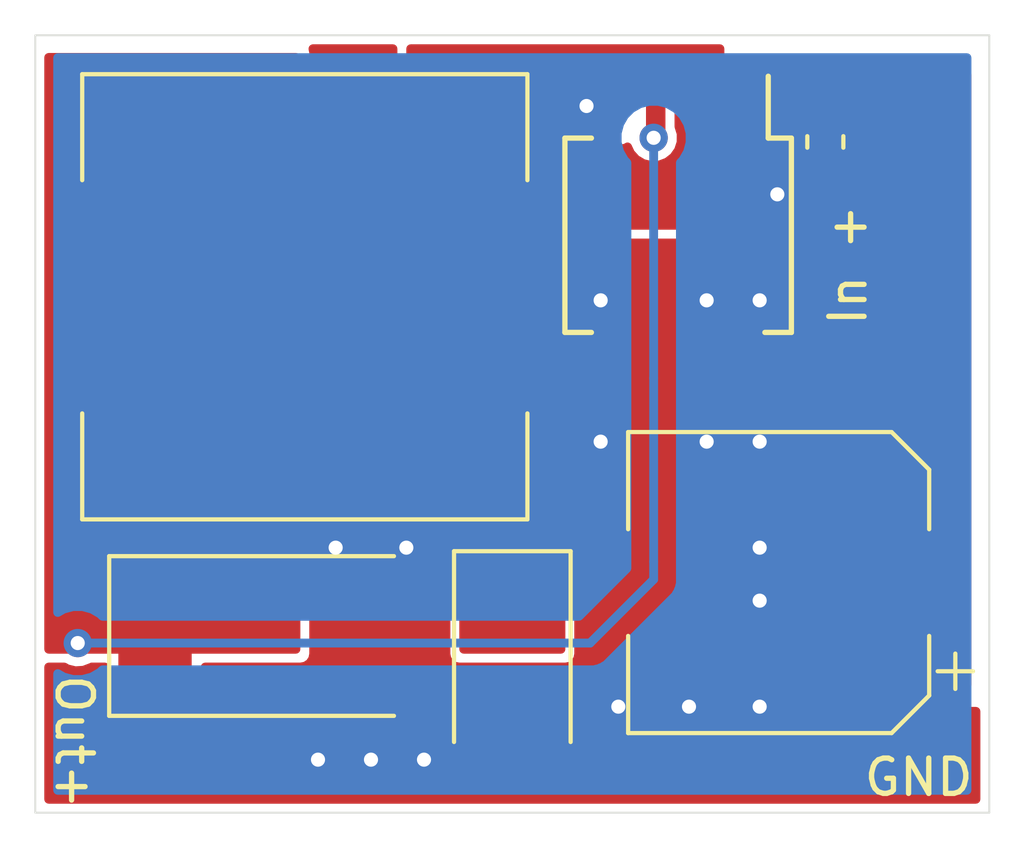
<source format=kicad_pcb>
(kicad_pcb (version 20190605) (host pcbnew "(5.1.0-1558-g0ba0c1724)")

  (general
    (thickness 1.6)
    (drawings 10)
    (tracks 33)
    (modules 6)
    (nets 5)
  )

  (page "A4")
  (layers
    (0 "F.Cu" signal)
    (31 "B.Cu" signal)
    (32 "B.Adhes" user)
    (33 "F.Adhes" user)
    (34 "B.Paste" user)
    (35 "F.Paste" user)
    (36 "B.SilkS" user)
    (37 "F.SilkS" user)
    (38 "B.Mask" user)
    (39 "F.Mask" user)
    (40 "Dwgs.User" user)
    (41 "Cmts.User" user)
    (42 "Eco1.User" user)
    (43 "Eco2.User" user)
    (44 "Edge.Cuts" user)
    (45 "Margin" user)
    (46 "B.CrtYd" user)
    (47 "F.CrtYd" user)
    (48 "B.Fab" user hide)
    (49 "F.Fab" user hide)
  )

  (setup
    (last_trace_width 0.25)
    (trace_clearance 0.2)
    (zone_clearance 0.254)
    (zone_45_only no)
    (trace_min 0.2)
    (via_size 0.8)
    (via_drill 0.4)
    (via_min_size 0.4)
    (via_min_drill 0.3)
    (uvia_size 0.3)
    (uvia_drill 0.1)
    (uvias_allowed no)
    (uvia_min_size 0.2)
    (uvia_min_drill 0.1)
    (max_error 0.005)
    (defaults
      (edge_clearance 0.01)
      (edge_cuts_line_width 0.05)
      (courtyard_line_width 0.05)
      (copper_line_width 0.2)
      (copper_text_dims (size 1.5 1.5) (thickness 0.3) keep_upright)
      (silk_line_width 0.12)
      (silk_text_dims (size 1 1) (thickness 0.15) keep_upright)
      (other_layers_line_width 0.1)
      (other_layers_text_dims (size 1 1) (thickness 0.15) keep_upright)
    )
    (pad_size 1.524 1.524)
    (pad_drill 0.762)
    (pad_to_mask_clearance 0.051)
    (solder_mask_min_width 0.25)
    (aux_axis_origin 0 0)
    (visible_elements FFFFFF7F)
    (pcbplotparams
      (layerselection 0x010fc_ffffffff)
      (usegerberextensions false)
      (usegerberattributes false)
      (usegerberadvancedattributes false)
      (creategerberjobfile false)
      (excludeedgelayer true)
      (linewidth 0.100000)
      (plotframeref false)
      (viasonmask false)
      (mode 1)
      (useauxorigin false)
      (hpglpennumber 1)
      (hpglpenspeed 20)
      (hpglpendiameter 15.000000)
      (psnegative false)
      (psa4output false)
      (plotreference true)
      (plotvalue true)
      (plotinvisibletext false)
      (padsonsilk false)
      (subtractmaskfromsilk false)
      (outputformat 1)
      (mirror false)
      (drillshape 1)
      (scaleselection 1)
      (outputdirectory ""))
  )

  (net 0 "")
  (net 1 "GND")
  (net 2 "/Vin")
  (net 3 "/5V")
  (net 4 "Net-(D1-Pad1)")

  (net_class "Default" "This is the default net class."
    (clearance 0.2)
    (trace_width 0.25)
    (via_dia 0.8)
    (via_drill 0.4)
    (uvia_dia 0.3)
    (uvia_drill 0.1)
    (add_net "/5V")
    (add_net "/Vin")
    (add_net "GND")
    (add_net "Net-(D1-Pad1)")
  )

  (module "Capacitor_Tantalum_SMD:CP_EIA-7343-31_Kemet-D" (layer "F.Cu") (tedit 5B301BBE) (tstamp 5DDC6815)
    (at 135.5 123)
    (descr "Tantalum Capacitor SMD Kemet-D (7343-31 Metric), IPC_7351 nominal, (Body size from: http://www.kemet.com/Lists/ProductCatalog/Attachments/253/KEM_TC101_STD.pdf), generated with kicad-footprint-generator")
    (tags "capacitor tantalum")
    (path "/5DDC559C")
    (attr smd)
    (fp_text reference "C3" (at 0 -3.1) (layer "F.SilkS") hide
      (effects (font (size 1 1) (thickness 0.15)))
    )
    (fp_text value "220uF" (at 0 3.1) (layer "F.Fab")
      (effects (font (size 1 1) (thickness 0.15)))
    )
    (fp_text user "%R" (at 0 0) (layer "F.Fab")
      (effects (font (size 1 1) (thickness 0.15)))
    )
    (fp_line (start 4.4 2.4) (end -4.4 2.4) (layer "F.CrtYd") (width 0.05))
    (fp_line (start 4.4 -2.4) (end 4.4 2.4) (layer "F.CrtYd") (width 0.05))
    (fp_line (start -4.4 -2.4) (end 4.4 -2.4) (layer "F.CrtYd") (width 0.05))
    (fp_line (start -4.4 2.4) (end -4.4 -2.4) (layer "F.CrtYd") (width 0.05))
    (fp_line (start -4.41 2.26) (end 3.65 2.26) (layer "F.SilkS") (width 0.12))
    (fp_line (start -4.41 -2.26) (end -4.41 2.26) (layer "F.SilkS") (width 0.12))
    (fp_line (start 3.65 -2.26) (end -4.41 -2.26) (layer "F.SilkS") (width 0.12))
    (fp_line (start 3.65 2.15) (end 3.65 -2.15) (layer "F.Fab") (width 0.1))
    (fp_line (start -3.65 2.15) (end 3.65 2.15) (layer "F.Fab") (width 0.1))
    (fp_line (start -3.65 -1.15) (end -3.65 2.15) (layer "F.Fab") (width 0.1))
    (fp_line (start -2.65 -2.15) (end -3.65 -1.15) (layer "F.Fab") (width 0.1))
    (fp_line (start 3.65 -2.15) (end -2.65 -2.15) (layer "F.Fab") (width 0.1))
    (pad "2" smd roundrect (at 3.1125 0) (size 2.075 2.55) (layers "F.Cu" "F.Paste" "F.Mask") (roundrect_rratio 0.120482)
      (net 1 "GND"))
    (pad "1" smd roundrect (at -3.1125 0) (size 2.075 2.55) (layers "F.Cu" "F.Paste" "F.Mask") (roundrect_rratio 0.120482)
      (net 3 "/5V"))
    (model "${KISYS3DMOD}/Capacitor_Tantalum_SMD.3dshapes/CP_EIA-7343-31_Kemet-D.wrl"
      (at (xyz 0 0 0))
      (scale (xyz 1 1 1))
      (rotate (xyz 0 0 0))
    )
  )

  (module "Package_SO:SO-8_5.3x6.2mm_P1.27mm" (layer "F.Cu") (tedit 5A02F2D3) (tstamp 5DDC6899)
    (at 147.193 111.6584 270)
    (descr "8-Lead Plastic Small Outline, 5.3x6.2mm Body (http://www.ti.com.cn/cn/lit/ds/symlink/tl7705a.pdf)")
    (tags "SOIC 1.27")
    (path "/5DDC1C5D")
    (attr smd)
    (fp_text reference "U1" (at 0 -4.13 90) (layer "F.SilkS") hide
      (effects (font (size 1 1) (thickness 0.15)))
    )
    (fp_text value "XL1509-5.0E1" (at 0 4.13 90) (layer "F.Fab")
      (effects (font (size 1 1) (thickness 0.15)))
    )
    (fp_text user "%R" (at 0 0 90) (layer "F.Fab")
      (effects (font (size 1 1) (thickness 0.15)))
    )
    (fp_line (start -1.65 -3.1) (end 2.65 -3.1) (layer "F.Fab") (width 0.15))
    (fp_line (start 2.65 -3.1) (end 2.65 3.1) (layer "F.Fab") (width 0.15))
    (fp_line (start 2.65 3.1) (end -2.65 3.1) (layer "F.Fab") (width 0.15))
    (fp_line (start -2.65 3.1) (end -2.65 -2.1) (layer "F.Fab") (width 0.15))
    (fp_line (start -2.65 -2.1) (end -1.65 -3.1) (layer "F.Fab") (width 0.15))
    (fp_line (start -4.83 -3.35) (end -4.83 3.35) (layer "F.CrtYd") (width 0.05))
    (fp_line (start 4.83 -3.35) (end 4.83 3.35) (layer "F.CrtYd") (width 0.05))
    (fp_line (start -4.83 -3.35) (end 4.83 -3.35) (layer "F.CrtYd") (width 0.05))
    (fp_line (start -4.83 3.35) (end 4.83 3.35) (layer "F.CrtYd") (width 0.05))
    (fp_line (start -2.75 -3.205) (end -2.75 -2.55) (layer "F.SilkS") (width 0.15))
    (fp_line (start 2.75 -3.205) (end 2.75 -2.455) (layer "F.SilkS") (width 0.15))
    (fp_line (start 2.75 3.205) (end 2.75 2.455) (layer "F.SilkS") (width 0.15))
    (fp_line (start -2.75 3.205) (end -2.75 2.455) (layer "F.SilkS") (width 0.15))
    (fp_line (start -2.75 -3.205) (end 2.75 -3.205) (layer "F.SilkS") (width 0.15))
    (fp_line (start -2.75 3.205) (end 2.75 3.205) (layer "F.SilkS") (width 0.15))
    (fp_line (start -2.75 -2.55) (end -4.5 -2.55) (layer "F.SilkS") (width 0.15))
    (pad "8" smd rect (at 3.7 -1.905 270) (size 1.75 0.55) (layers "F.Cu" "F.Paste" "F.Mask")
      (net 1 "GND"))
    (pad "7" smd rect (at 3.7 -0.635 270) (size 1.75 0.55) (layers "F.Cu" "F.Paste" "F.Mask")
      (net 1 "GND"))
    (pad "6" smd rect (at 3.7 0.635 270) (size 1.75 0.55) (layers "F.Cu" "F.Paste" "F.Mask")
      (net 1 "GND"))
    (pad "5" smd rect (at 3.7 1.905 270) (size 1.75 0.55) (layers "F.Cu" "F.Paste" "F.Mask")
      (net 1 "GND"))
    (pad "4" smd rect (at -3.7 1.905 270) (size 1.75 0.55) (layers "F.Cu" "F.Paste" "F.Mask")
      (net 1 "GND"))
    (pad "3" smd rect (at -3.7 0.635 270) (size 1.75 0.55) (layers "F.Cu" "F.Paste" "F.Mask")
      (net 3 "/5V"))
    (pad "2" smd rect (at -3.7 -0.635 270) (size 1.75 0.55) (layers "F.Cu" "F.Paste" "F.Mask")
      (net 4 "Net-(D1-Pad1)"))
    (pad "1" smd rect (at -3.7 -1.905 270) (size 1.75 0.55) (layers "F.Cu" "F.Paste" "F.Mask")
      (net 2 "/Vin"))
    (model "${KISYS3DMOD}/Package_SO.3dshapes/SO-8_5.3x6.2mm_P1.27mm.wrl"
      (at (xyz 0 0 0))
      (scale (xyz 1 1 1))
      (rotate (xyz 0 0 0))
    )
  )

  (module "Inductor_SMD:L_12x12mm_H8mm" (layer "F.Cu") (tedit 5990349C) (tstamp 5DDC687C)
    (at 136.6266 113.4 180)
    (descr "Choke, SMD, 12x12mm 8mm height")
    (tags "Choke SMD")
    (path "/5DDC276B")
    (attr smd)
    (fp_text reference "L1" (at 0 -7.4) (layer "F.SilkS") hide
      (effects (font (size 1 1) (thickness 0.15)))
    )
    (fp_text value "68uH 2.1A" (at 0 7.6) (layer "F.Fab")
      (effects (font (size 1 1) (thickness 0.15)))
    )
    (fp_text user "%R" (at 0 0) (layer "F.Fab")
      (effects (font (size 1 1) (thickness 0.15)))
    )
    (fp_line (start 6.3 3.3) (end 6.3 6.3) (layer "F.SilkS") (width 0.12))
    (fp_line (start 6.3 6.3) (end -6.3 6.3) (layer "F.SilkS") (width 0.12))
    (fp_line (start -6.3 6.3) (end -6.3 3.3) (layer "F.SilkS") (width 0.12))
    (fp_line (start -6.3 -3.3) (end -6.3 -6.3) (layer "F.SilkS") (width 0.12))
    (fp_line (start -6.3 -6.3) (end 6.3 -6.3) (layer "F.SilkS") (width 0.12))
    (fp_line (start 6.3 -6.3) (end 6.3 -3.3) (layer "F.SilkS") (width 0.12))
    (fp_line (start -6.86 -6.6) (end 6.86 -6.6) (layer "F.CrtYd") (width 0.05))
    (fp_line (start 6.86 -6.6) (end 6.86 6.6) (layer "F.CrtYd") (width 0.05))
    (fp_line (start 6.86 6.6) (end -6.86 6.6) (layer "F.CrtYd") (width 0.05))
    (fp_line (start -6.86 6.6) (end -6.86 -6.6) (layer "F.CrtYd") (width 0.05))
    (fp_line (start 4.9 3.3) (end 5 3.4) (layer "F.Fab") (width 0.1))
    (fp_line (start 5 3.4) (end 5.1 3.8) (layer "F.Fab") (width 0.1))
    (fp_line (start 5.1 3.8) (end 5 4.3) (layer "F.Fab") (width 0.1))
    (fp_line (start 5 4.3) (end 4.8 4.6) (layer "F.Fab") (width 0.1))
    (fp_line (start 4.8 4.6) (end 4.5 5) (layer "F.Fab") (width 0.1))
    (fp_line (start 4.5 5) (end 4 5.1) (layer "F.Fab") (width 0.1))
    (fp_line (start 4 5.1) (end 3.5 5) (layer "F.Fab") (width 0.1))
    (fp_line (start 3.5 5) (end 3.1 4.7) (layer "F.Fab") (width 0.1))
    (fp_line (start 3.1 4.7) (end 3 4.6) (layer "F.Fab") (width 0.1))
    (fp_line (start 3 4.6) (end 2.4 5) (layer "F.Fab") (width 0.1))
    (fp_line (start 2.4 5) (end 1.6 5.3) (layer "F.Fab") (width 0.1))
    (fp_line (start 1.6 5.3) (end 0.6 5.5) (layer "F.Fab") (width 0.1))
    (fp_line (start 0.6 5.5) (end -0.6 5.5) (layer "F.Fab") (width 0.1))
    (fp_line (start -0.6 5.5) (end -1.5 5.3) (layer "F.Fab") (width 0.1))
    (fp_line (start -1.5 5.3) (end -2.1 5.1) (layer "F.Fab") (width 0.1))
    (fp_line (start -2.1 5.1) (end -2.6 4.9) (layer "F.Fab") (width 0.1))
    (fp_line (start -2.6 4.9) (end -3 4.7) (layer "F.Fab") (width 0.1))
    (fp_line (start -3 4.7) (end -3.3 4.9) (layer "F.Fab") (width 0.1))
    (fp_line (start -3.3 4.9) (end -3.9 5.1) (layer "F.Fab") (width 0.1))
    (fp_line (start -3.9 5.1) (end -4.3 5) (layer "F.Fab") (width 0.1))
    (fp_line (start -4.3 5) (end -4.6 4.8) (layer "F.Fab") (width 0.1))
    (fp_line (start -4.6 4.8) (end -4.9 4.6) (layer "F.Fab") (width 0.1))
    (fp_line (start -4.9 4.6) (end -5.1 4.1) (layer "F.Fab") (width 0.1))
    (fp_line (start -5.1 4.1) (end -5 3.6) (layer "F.Fab") (width 0.1))
    (fp_line (start -5 3.6) (end -4.8 3.2) (layer "F.Fab") (width 0.1))
    (fp_line (start 4.9 -3.3) (end 5 -3.6) (layer "F.Fab") (width 0.1))
    (fp_line (start 5 -3.6) (end 5.1 -4) (layer "F.Fab") (width 0.1))
    (fp_line (start 5.1 -4) (end 5 -4.3) (layer "F.Fab") (width 0.1))
    (fp_line (start 5 -4.3) (end 4.8 -4.7) (layer "F.Fab") (width 0.1))
    (fp_line (start 4.8 -4.7) (end 4.5 -4.9) (layer "F.Fab") (width 0.1))
    (fp_line (start 4.5 -4.9) (end 4.2 -5.1) (layer "F.Fab") (width 0.1))
    (fp_line (start 4.2 -5.1) (end 3.9 -5.1) (layer "F.Fab") (width 0.1))
    (fp_line (start 3.9 -5.1) (end 3.6 -5) (layer "F.Fab") (width 0.1))
    (fp_line (start 3.6 -5) (end 3.3 -4.9) (layer "F.Fab") (width 0.1))
    (fp_line (start 3.3 -4.9) (end 3 -4.6) (layer "F.Fab") (width 0.1))
    (fp_line (start 3 -4.6) (end 2.6 -4.9) (layer "F.Fab") (width 0.1))
    (fp_line (start 2.6 -4.9) (end 2.2 -5.1) (layer "F.Fab") (width 0.1))
    (fp_line (start 2.2 -5.1) (end 1.7 -5.3) (layer "F.Fab") (width 0.1))
    (fp_line (start 1.7 -5.3) (end 0.9 -5.5) (layer "F.Fab") (width 0.1))
    (fp_line (start 0.9 -5.5) (end 0 -5.6) (layer "F.Fab") (width 0.1))
    (fp_line (start 0 -5.6) (end -0.8 -5.5) (layer "F.Fab") (width 0.1))
    (fp_line (start -0.8 -5.5) (end -1.7 -5.3) (layer "F.Fab") (width 0.1))
    (fp_line (start -1.7 -5.3) (end -2.6 -4.9) (layer "F.Fab") (width 0.1))
    (fp_line (start -2.6 -4.9) (end -3 -4.7) (layer "F.Fab") (width 0.1))
    (fp_line (start -3 -4.7) (end -3.3 -4.9) (layer "F.Fab") (width 0.1))
    (fp_line (start -3.3 -4.9) (end -3.7 -5.1) (layer "F.Fab") (width 0.1))
    (fp_line (start -3.7 -5.1) (end -4.2 -5) (layer "F.Fab") (width 0.1))
    (fp_line (start -4.2 -5) (end -4.6 -4.8) (layer "F.Fab") (width 0.1))
    (fp_line (start -4.6 -4.8) (end -4.9 -4.5) (layer "F.Fab") (width 0.1))
    (fp_line (start -4.9 -4.5) (end -5.1 -4) (layer "F.Fab") (width 0.1))
    (fp_line (start -5.1 -4) (end -5 -3.5) (layer "F.Fab") (width 0.1))
    (fp_line (start -5 -3.5) (end -4.8 -3.2) (layer "F.Fab") (width 0.1))
    (fp_line (start -6.2 3.3) (end -6.2 6.2) (layer "F.Fab") (width 0.1))
    (fp_line (start -6.2 6.2) (end 6.2 6.2) (layer "F.Fab") (width 0.1))
    (fp_line (start 6.2 6.2) (end 6.2 3.3) (layer "F.Fab") (width 0.1))
    (fp_line (start 6.2 -6.2) (end -6.2 -6.2) (layer "F.Fab") (width 0.1))
    (fp_line (start -6.2 -6.2) (end -6.2 -3.3) (layer "F.Fab") (width 0.1))
    (fp_line (start 6.2 -6.2) (end 6.2 -3.3) (layer "F.Fab") (width 0.1))
    (fp_circle (center 0 0) (end 0.9 0) (layer "F.Adhes") (width 0.38))
    (fp_circle (center 0 0) (end 0.55 0) (layer "F.Adhes") (width 0.38))
    (fp_circle (center 0 0) (end 0.15 0.15) (layer "F.Adhes") (width 0.38))
    (fp_circle (center -2.1 3) (end -1.8 3.25) (layer "F.Fab") (width 0.1))
    (pad "2" smd rect (at 4.95 0 180) (size 2.9 5.4) (layers "F.Cu" "F.Paste" "F.Mask")
      (net 3 "/5V"))
    (pad "1" smd rect (at -4.95 0 180) (size 2.9 5.4) (layers "F.Cu" "F.Paste" "F.Mask")
      (net 4 "Net-(D1-Pad1)"))
    (model "${KISYS3DMOD}/Inductor_SMD.3dshapes/L_12x12mm_H8mm.wrl"
      (at (xyz 0 0 0))
      (scale (xyz 1 1 1))
      (rotate (xyz 0 0 0))
    )
  )

  (module "Diode_SMD:D_SMA" (layer "F.Cu") (tedit 586432E5) (tstamp 5DDC682D)
    (at 142.5 124 270)
    (descr "Diode SMA (DO-214AC)")
    (tags "Diode SMA (DO-214AC)")
    (path "/5DDC49F9")
    (attr smd)
    (fp_text reference "D1" (at 0 -2.5 90) (layer "F.SilkS") hide
      (effects (font (size 1 1) (thickness 0.15)))
    )
    (fp_text value "SS34" (at 0 2.6 90) (layer "F.Fab")
      (effects (font (size 1 1) (thickness 0.15)))
    )
    (fp_text user "%R" (at 0 -2.5 90) (layer "F.Fab")
      (effects (font (size 1 1) (thickness 0.15)))
    )
    (fp_line (start -3.4 -1.65) (end -3.4 1.65) (layer "F.SilkS") (width 0.12))
    (fp_line (start 2.3 1.5) (end -2.3 1.5) (layer "F.Fab") (width 0.1))
    (fp_line (start -2.3 1.5) (end -2.3 -1.5) (layer "F.Fab") (width 0.1))
    (fp_line (start 2.3 -1.5) (end 2.3 1.5) (layer "F.Fab") (width 0.1))
    (fp_line (start 2.3 -1.5) (end -2.3 -1.5) (layer "F.Fab") (width 0.1))
    (fp_line (start -3.5 -1.75) (end 3.5 -1.75) (layer "F.CrtYd") (width 0.05))
    (fp_line (start 3.5 -1.75) (end 3.5 1.75) (layer "F.CrtYd") (width 0.05))
    (fp_line (start 3.5 1.75) (end -3.5 1.75) (layer "F.CrtYd") (width 0.05))
    (fp_line (start -3.5 1.75) (end -3.5 -1.75) (layer "F.CrtYd") (width 0.05))
    (fp_line (start -0.64944 0.00102) (end -1.55114 0.00102) (layer "F.Fab") (width 0.1))
    (fp_line (start 0.50118 0.00102) (end 1.4994 0.00102) (layer "F.Fab") (width 0.1))
    (fp_line (start -0.64944 -0.79908) (end -0.64944 0.80112) (layer "F.Fab") (width 0.1))
    (fp_line (start 0.50118 0.75032) (end 0.50118 -0.79908) (layer "F.Fab") (width 0.1))
    (fp_line (start -0.64944 0.00102) (end 0.50118 0.75032) (layer "F.Fab") (width 0.1))
    (fp_line (start -0.64944 0.00102) (end 0.50118 -0.79908) (layer "F.Fab") (width 0.1))
    (fp_line (start -3.4 1.65) (end 2 1.65) (layer "F.SilkS") (width 0.12))
    (fp_line (start -3.4 -1.65) (end 2 -1.65) (layer "F.SilkS") (width 0.12))
    (pad "2" smd rect (at 2 0 270) (size 2.5 1.8) (layers "F.Cu" "F.Paste" "F.Mask")
      (net 1 "GND"))
    (pad "1" smd rect (at -2 0 270) (size 2.5 1.8) (layers "F.Cu" "F.Paste" "F.Mask")
      (net 4 "Net-(D1-Pad1)"))
    (model "${KISYS3DMOD}/Diode_SMD.3dshapes/D_SMA.wrl"
      (at (xyz 0 0 0))
      (scale (xyz 1 1 1))
      (rotate (xyz 0 0 0))
    )
  )

  (module "Capacitor_SMD:C_0603_1608Metric" (layer "F.Cu") (tedit 5B301BBE) (tstamp 5DDC67ED)
    (at 151.3586 109.0168 270)
    (descr "Capacitor SMD 0603 (1608 Metric), square (rectangular) end terminal, IPC_7351 nominal, (Body size source: http://www.tortai-tech.com/upload/download/2011102023233369053.pdf), generated with kicad-footprint-generator")
    (tags "capacitor")
    (path "/5DDC5D13")
    (attr smd)
    (fp_text reference "C2" (at 0 -1.43 90) (layer "F.SilkS") hide
      (effects (font (size 1 1) (thickness 0.15)))
    )
    (fp_text value "0.1uF 50V" (at 0 1.43 90) (layer "F.Fab")
      (effects (font (size 1 1) (thickness 0.15)))
    )
    (fp_line (start -0.8 0.4) (end -0.8 -0.4) (layer "F.Fab") (width 0.1))
    (fp_line (start -0.8 -0.4) (end 0.8 -0.4) (layer "F.Fab") (width 0.1))
    (fp_line (start 0.8 -0.4) (end 0.8 0.4) (layer "F.Fab") (width 0.1))
    (fp_line (start 0.8 0.4) (end -0.8 0.4) (layer "F.Fab") (width 0.1))
    (fp_line (start -0.162779 -0.51) (end 0.162779 -0.51) (layer "F.SilkS") (width 0.12))
    (fp_line (start -0.162779 0.51) (end 0.162779 0.51) (layer "F.SilkS") (width 0.12))
    (fp_line (start -1.48 0.73) (end -1.48 -0.73) (layer "F.CrtYd") (width 0.05))
    (fp_line (start -1.48 -0.73) (end 1.48 -0.73) (layer "F.CrtYd") (width 0.05))
    (fp_line (start 1.48 -0.73) (end 1.48 0.73) (layer "F.CrtYd") (width 0.05))
    (fp_line (start 1.48 0.73) (end -1.48 0.73) (layer "F.CrtYd") (width 0.05))
    (fp_text user "%R" (at 0 0 90) (layer "F.Fab")
      (effects (font (size 0.4 0.4) (thickness 0.06)))
    )
    (pad "2" smd roundrect (at 0.7875 0 270) (size 0.875 0.95) (layers "F.Cu" "F.Paste" "F.Mask") (roundrect_rratio 0.25)
      (net 1 "GND"))
    (pad "1" smd roundrect (at -0.7875 0 270) (size 0.875 0.95) (layers "F.Cu" "F.Paste" "F.Mask") (roundrect_rratio 0.25)
      (net 2 "/Vin"))
    (model "${KISYS3DMOD}/Capacitor_SMD.3dshapes/C_0603_1608Metric.wrl"
      (at (xyz 0 0 0))
      (scale (xyz 1 1 1))
      (rotate (xyz 0 0 0))
    )
  )

  (module "Capacitor_SMD:CP_Elec_8x10" (layer "F.Cu") (tedit 5BCA39D0) (tstamp 5DDC7F4F)
    (at 150.0378 121.4882 180)
    (descr "SMD capacitor, aluminum electrolytic, Nichicon, 8.0x10mm")
    (tags "capacitor electrolytic")
    (path "/5DDC64A4")
    (attr smd)
    (fp_text reference "C1" (at 0 -5.2) (layer "F.SilkS") hide
      (effects (font (size 1 1) (thickness 0.15)))
    )
    (fp_text value "470uF 35V" (at 0 5.2) (layer "F.Fab")
      (effects (font (size 1 1) (thickness 0.15)))
    )
    (fp_circle (center 0 0) (end 4 0) (layer "F.Fab") (width 0.1))
    (fp_line (start 4.15 -4.15) (end 4.15 4.15) (layer "F.Fab") (width 0.1))
    (fp_line (start -3.15 -4.15) (end 4.15 -4.15) (layer "F.Fab") (width 0.1))
    (fp_line (start -3.15 4.15) (end 4.15 4.15) (layer "F.Fab") (width 0.1))
    (fp_line (start -4.15 -3.15) (end -4.15 3.15) (layer "F.Fab") (width 0.1))
    (fp_line (start -4.15 -3.15) (end -3.15 -4.15) (layer "F.Fab") (width 0.1))
    (fp_line (start -4.15 3.15) (end -3.15 4.15) (layer "F.Fab") (width 0.1))
    (fp_line (start -3.562278 -1.5) (end -2.762278 -1.5) (layer "F.Fab") (width 0.1))
    (fp_line (start -3.162278 -1.9) (end -3.162278 -1.1) (layer "F.Fab") (width 0.1))
    (fp_line (start 4.26 4.26) (end 4.26 1.51) (layer "F.SilkS") (width 0.12))
    (fp_line (start 4.26 -4.26) (end 4.26 -1.51) (layer "F.SilkS") (width 0.12))
    (fp_line (start -3.195563 -4.26) (end 4.26 -4.26) (layer "F.SilkS") (width 0.12))
    (fp_line (start -3.195563 4.26) (end 4.26 4.26) (layer "F.SilkS") (width 0.12))
    (fp_line (start -4.26 3.195563) (end -4.26 1.51) (layer "F.SilkS") (width 0.12))
    (fp_line (start -4.26 -3.195563) (end -4.26 -1.51) (layer "F.SilkS") (width 0.12))
    (fp_line (start -4.26 -3.195563) (end -3.195563 -4.26) (layer "F.SilkS") (width 0.12))
    (fp_line (start -4.26 3.195563) (end -3.195563 4.26) (layer "F.SilkS") (width 0.12))
    (fp_line (start -5.5 -2.51) (end -4.5 -2.51) (layer "F.SilkS") (width 0.12))
    (fp_line (start -5 -3.01) (end -5 -2.01) (layer "F.SilkS") (width 0.12))
    (fp_line (start 4.4 -4.4) (end 4.4 -1.5) (layer "F.CrtYd") (width 0.05))
    (fp_line (start 4.4 -1.5) (end 5.25 -1.5) (layer "F.CrtYd") (width 0.05))
    (fp_line (start 5.25 -1.5) (end 5.25 1.5) (layer "F.CrtYd") (width 0.05))
    (fp_line (start 5.25 1.5) (end 4.4 1.5) (layer "F.CrtYd") (width 0.05))
    (fp_line (start 4.4 1.5) (end 4.4 4.4) (layer "F.CrtYd") (width 0.05))
    (fp_line (start -3.25 4.4) (end 4.4 4.4) (layer "F.CrtYd") (width 0.05))
    (fp_line (start -3.25 -4.4) (end 4.4 -4.4) (layer "F.CrtYd") (width 0.05))
    (fp_line (start -4.4 3.25) (end -3.25 4.4) (layer "F.CrtYd") (width 0.05))
    (fp_line (start -4.4 -3.25) (end -3.25 -4.4) (layer "F.CrtYd") (width 0.05))
    (fp_line (start -4.4 -3.25) (end -4.4 -1.5) (layer "F.CrtYd") (width 0.05))
    (fp_line (start -4.4 1.5) (end -4.4 3.25) (layer "F.CrtYd") (width 0.05))
    (fp_line (start -4.4 -1.5) (end -5.25 -1.5) (layer "F.CrtYd") (width 0.05))
    (fp_line (start -5.25 -1.5) (end -5.25 1.5) (layer "F.CrtYd") (width 0.05))
    (fp_line (start -5.25 1.5) (end -4.4 1.5) (layer "F.CrtYd") (width 0.05))
    (fp_text user "%R" (at 0 0) (layer "F.Fab")
      (effects (font (size 1 1) (thickness 0.15)))
    )
    (pad "2" smd roundrect (at 3.25 0 180) (size 3.5 2.5) (layers "F.Cu" "F.Paste" "F.Mask") (roundrect_rratio 0.1)
      (net 1 "GND"))
    (pad "1" smd roundrect (at -3.25 0 180) (size 3.5 2.5) (layers "F.Cu" "F.Paste" "F.Mask") (roundrect_rratio 0.1)
      (net 2 "/Vin"))
    (model "${KISYS3DMOD}/Capacitor_SMD.3dshapes/CP_Elec_8x10.wrl"
      (at (xyz 0 0 0))
      (scale (xyz 1 1 1))
      (rotate (xyz 0 0 0))
    )
  )

  (gr_text "GND" (at 154 127) (layer "F.SilkS")
    (effects (font (size 1 1) (thickness 0.15)))
  )
  (gr_text "Out+" (at 130.1 126 270) (layer "F.SilkS")
    (effects (font (size 1 1) (thickness 0.15)))
  )
  (gr_text "In +" (at 152 112.5 90) (layer "F.SilkS")
    (effects (font (size 1 1) (thickness 0.15)))
  )
  (gr_poly (pts (xy 156 108.5) (xy 152.5 108.5) (xy 152.5 113) (xy 156 113)) (layer "F.Mask") (width 0.1))
  (gr_poly (pts (xy 145 126.5) (xy 152 126.5) (xy 152 128) (xy 145 128)) (layer "F.Mask") (width 0.1))
  (gr_poly (pts (xy 129 120) (xy 131 120) (xy 131 123.5) (xy 129 123.5)) (layer "F.Mask") (width 0.1))
  (gr_line (start 129 128) (end 129 106) (layer "Edge.Cuts") (width 0.05))
  (gr_line (start 156 128) (end 129 128) (layer "Edge.Cuts") (width 0.05))
  (gr_line (start 156 106) (end 156 128) (layer "Edge.Cuts") (width 0.05))
  (gr_line (start 129 106) (end 156 106) (layer "Edge.Cuts") (width 0.05))

  (segment (start 130.5 120) (end 132.5 120) (width 0.25) (layer "F.Cu") (net 3))
  (segment (start 132.5 120) (end 132.6576 120.1576) (width 0.25) (layer "F.Cu") (net 3))
  (segment (start 130.257601 120.242399) (end 130.5 120) (width 0.25) (layer "F.Cu") (net 3))
  (segment (start 132.6576 120.1576) (end 132.6576 122.0216) (width 0.25) (layer "F.Cu") (net 3))
  (segment (start 145.288 107.9584) (end 144.6416 107.9584) (width 0.25) (layer "F.Cu") (net 1))
  (via (at 144.6 108) (size 0.8) (drill 0.4) (layers "F.Cu" "B.Cu") (net 1))
  (segment (start 144.6416 107.9584) (end 144.6 108) (width 0.25) (layer "F.Cu") (net 1))
  (via (at 146.5 108.9) (size 0.8) (drill 0.4) (layers "F.Cu" "B.Cu") (net 3))
  (segment (start 146.558 107.9584) (end 146.558 108.842) (width 0.25) (layer "F.Cu") (net 3))
  (segment (start 146.558 108.842) (end 146.5 108.9) (width 0.25) (layer "F.Cu") (net 3))
  (segment (start 146.5 108.9) (end 146.5 115.7) (width 0.25) (layer "B.Cu") (net 3))
  (segment (start 146.5 115.7) (end 146.5 120.9) (width 0.25) (layer "B.Cu") (net 3))
  (segment (start 146.5 120.9) (end 146.5 121.4) (width 0.25) (layer "B.Cu") (net 3))
  (via (at 130.2 123.2) (size 0.8) (drill 0.4) (layers "F.Cu" "B.Cu") (net 3))
  (segment (start 146.5 121.4) (end 144.7 123.2) (width 0.25) (layer "B.Cu") (net 3))
  (segment (start 144.7 123.2) (end 130.2 123.2) (width 0.25) (layer "B.Cu") (net 3))
  (via (at 145.5 125) (size 0.8) (drill 0.4) (layers "F.Cu" "B.Cu") (net 1))
  (via (at 147.5 125) (size 0.8) (drill 0.4) (layers "F.Cu" "B.Cu") (net 1))
  (via (at 149.5 125) (size 0.8) (drill 0.4) (layers "F.Cu" "B.Cu") (net 1))
  (via (at 149.5 122) (size 0.8) (drill 0.4) (layers "F.Cu" "B.Cu") (net 1))
  (via (at 149.5 120.5) (size 0.8) (drill 0.4) (layers "F.Cu" "B.Cu") (net 1))
  (via (at 148 117.5) (size 0.8) (drill 0.4) (layers "F.Cu" "B.Cu") (net 1))
  (via (at 149.5 117.5) (size 0.8) (drill 0.4) (layers "F.Cu" "B.Cu") (net 1))
  (via (at 145 117.5) (size 0.8) (drill 0.4) (layers "F.Cu" "B.Cu") (net 1))
  (via (at 145 113.5) (size 0.8) (drill 0.4) (layers "F.Cu" "B.Cu") (net 1))
  (via (at 148 113.5) (size 0.8) (drill 0.4) (layers "F.Cu" "B.Cu") (net 1))
  (via (at 149.5 113.5) (size 0.8) (drill 0.4) (layers "F.Cu" "B.Cu") (net 1))
  (via (at 150 110.5) (size 0.8) (drill 0.4) (layers "F.Cu" "B.Cu") (net 1))
  (via (at 140 126.5) (size 0.8) (drill 0.4) (layers "F.Cu" "B.Cu") (net 1))
  (via (at 138.5 126.5) (size 0.8) (drill 0.4) (layers "F.Cu" "B.Cu") (net 1))
  (via (at 137 126.5) (size 0.8) (drill 0.4) (layers "F.Cu" "B.Cu") (net 1))
  (via (at 137.5 120.5) (size 0.8) (drill 0.4) (layers "F.Cu" "B.Cu") (net 1))
  (via (at 139.5 120.5) (size 0.8) (drill 0.4) (layers "F.Cu" "B.Cu") (net 1))

  (zone (net 1) (net_name "GND") (layer "F.Cu") (tstamp 5DDC80A3) (hatch edge 0.508)
    (connect_pads yes (clearance 0.254))
    (min_thickness 0.254)
    (fill yes (thermal_gap 0.508) (thermal_bridge_width 1))
    (polygon
      (pts
        (xy 128 105.5) (xy 157 105.5) (xy 157 129) (xy 128 129)
      )
    )
    (filled_polygon
      (pts
        (xy 139.12 117.51241) (xy 139.146646 117.646365) (xy 139.229554 117.770446) (xy 139.353635 117.853354) (xy 139.48759 117.88)
        (xy 140.62 117.88) (xy 140.62 123.51241) (xy 140.646646 123.646365) (xy 140.729554 123.770446) (xy 140.853635 123.853354)
        (xy 140.98759 123.88) (xy 144.01241 123.88) (xy 144.146365 123.853354) (xy 144.270446 123.770446) (xy 144.353354 123.646365)
        (xy 144.38 123.51241) (xy 144.38 111.88) (xy 148.51241 111.88) (xy 148.646365 111.853354) (xy 148.770446 111.770446)
        (xy 148.853354 111.646365) (xy 148.88 111.51241) (xy 148.88 109.634) (xy 151.366 109.634) (xy 151.366 120.026819)
        (xy 151.301604 120.080853) (xy 151.190518 120.273261) (xy 151.153882 120.481033) (xy 151.153882 122.500931) (xy 151.23397 122.799824)
        (xy 151.366 122.957171) (xy 151.366 124.513546) (xy 151.419619 124.760028) (xy 151.519875 124.91603) (xy 151.656533 125.034445)
        (xy 151.821017 125.109561) (xy 151.990988 125.134) (xy 155.620001 125.134) (xy 155.620001 127.62) (xy 129.38 127.62)
        (xy 129.38 123.88) (xy 129.817424 123.88) (xy 129.903233 123.930849) (xy 130.131251 123.985801) (xy 130.365348 123.971278)
        (xy 130.584825 123.888563) (xy 130.595884 123.88) (xy 130.966082 123.88) (xy 130.966082 124.037731) (xy 131.04617 124.336624)
        (xy 131.192653 124.511196) (xy 131.385061 124.622282) (xy 131.592833 124.658918) (xy 133.187731 124.658918) (xy 133.486624 124.57883)
        (xy 133.661196 124.432347) (xy 133.772282 124.239939) (xy 133.808918 124.032167) (xy 133.808918 123.88) (xy 136.51241 123.88)
        (xy 136.646365 123.853354) (xy 136.770446 123.770446) (xy 136.853354 123.646365) (xy 136.88 123.51241) (xy 136.88 106.48759)
        (xy 136.858598 106.38) (xy 139.12 106.38)
      )
    )
  )
  (zone (net 1) (net_name "GND") (layer "B.Cu") (tstamp 0) (hatch edge 0.508)
    (connect_pads (clearance 0.508))
    (min_thickness 0.254)
    (fill yes (thermal_gap 0.508) (thermal_bridge_width 0.508))
    (polygon
      (pts
        (xy 128 105) (xy 157 105) (xy 157 129) (xy 128 129)
      )
    )
    (filled_polygon
      (pts
        (xy 155.366001 127.366) (xy 129.634 127.366) (xy 129.634 124.06718) (xy 129.800891 124.163534) (xy 130.063872 124.234)
        (xy 130.336128 124.234) (xy 130.599109 124.163534) (xy 130.834891 124.027406) (xy 130.903296 123.959) (xy 144.760244 123.959)
        (xy 144.76025 123.958999) (xy 144.820213 123.958999) (xy 144.877726 123.940312) (xy 144.937468 123.93085) (xy 144.991359 123.90339)
        (xy 145.048873 123.884704) (xy 145.097801 123.849156) (xy 145.15169 123.821697) (xy 145.322045 123.651343) (xy 145.322047 123.651339)
        (xy 147.071918 121.901469) (xy 147.121698 121.85169) (xy 147.149154 121.797804) (xy 147.184703 121.748875) (xy 147.203391 121.691358)
        (xy 147.23085 121.637468) (xy 147.240312 121.577725) (xy 147.258999 121.520214) (xy 147.258999 121.46025) (xy 147.259 121.460244)
        (xy 147.259 109.603296) (xy 147.327406 109.534891) (xy 147.463534 109.299109) (xy 147.534 109.036128) (xy 147.534 108.763872)
        (xy 147.463534 108.500891) (xy 147.327406 108.265109) (xy 147.134891 108.072594) (xy 146.899109 107.936466) (xy 146.636128 107.866)
        (xy 146.363872 107.866) (xy 146.100891 107.936466) (xy 145.865109 108.072594) (xy 145.672594 108.265109) (xy 145.536466 108.500891)
        (xy 145.466 108.763872) (xy 145.466 109.036128) (xy 145.536466 109.299109) (xy 145.672594 109.534891) (xy 145.741 109.603296)
        (xy 145.741001 115.639751) (xy 145.741 115.639757) (xy 145.741001 120.839751) (xy 145.741 120.839757) (xy 145.741 121.085613)
        (xy 144.385614 122.441) (xy 130.903296 122.441) (xy 130.834891 122.372594) (xy 130.599109 122.236466) (xy 130.336128 122.166)
        (xy 130.063872 122.166) (xy 129.800891 122.236466) (xy 129.634 122.33282) (xy 129.634 106.634) (xy 155.366 106.634)
      )
    )
  )
  (zone (net 3) (net_name "/5V") (layer "F.Cu") (tstamp 0) (hatch edge 0.508)
    (priority 1)
    (connect_pads yes (clearance 0.254))
    (min_thickness 0.254)
    (fill yes (thermal_gap 0.508) (thermal_bridge_width 0.508))
    (polygon
      (pts
        (xy 128.5 106.5) (xy 136.5 106.5) (xy 136.5 123.5) (xy 128.5 123.5)
      )
    )
    (filled_polygon
      (pts
        (xy 136.374 123.374) (xy 129.38 123.374) (xy 129.38 106.626) (xy 136.374 106.626)
      )
    )
  )
  (zone (net 2) (net_name "/Vin") (layer "F.Cu") (tstamp 0) (hatch edge 0.508)
    (priority 1)
    (connect_pads yes (clearance 0.508))
    (min_thickness 0.254)
    (fill yes (thermal_gap 0.508) (thermal_bridge_width 0.508))
    (polygon
      (pts
        (xy 148.5 107) (xy 156 107) (xy 156 124.5) (xy 152 124.5) (xy 152 109)
        (xy 148.5 109)
      )
    )
    (filled_polygon
      (pts
        (xy 155.366001 124.374) (xy 152.126 124.374) (xy 152.126 110.704526) (xy 152.176776 110.671894) (xy 152.337357 110.486573)
        (xy 152.439222 110.263519) (xy 152.472824 110.029813) (xy 152.472824 109.574253) (xy 152.398762 109.233796) (xy 152.263694 109.023624)
        (xy 152.078373 108.863043) (xy 151.855319 108.761178) (xy 151.621613 108.727576) (xy 151.091053 108.727576) (xy 150.750596 108.801638)
        (xy 150.637997 108.874) (xy 149.134 108.874) (xy 149.134 107.126) (xy 155.366 107.126)
      )
    )
  )
  (zone (net 4) (net_name "Net-(D1-Pad1)") (layer "F.Cu") (tstamp 0) (hatch edge 0.508)
    (priority 2)
    (connect_pads yes (clearance 0.254))
    (min_thickness 0.254)
    (fill yes (thermal_gap 0.508) (thermal_bridge_width 1))
    (polygon
      (pts
        (xy 139.5 110) (xy 139.5 117.5) (xy 141 117.5) (xy 141 123.5) (xy 144 123.5)
        (xy 144 111.5) (xy 148.5 111.5) (xy 148.5 106) (xy 139.5 106)
      )
    )
    (filled_polygon
      (pts
        (xy 148.374 111.374) (xy 143.874 111.374) (xy 143.874 123.374) (xy 141.126 123.374) (xy 141.126 117.374)
        (xy 139.626 117.374) (xy 139.626 107.993116) (xy 143.811227 107.993116) (xy 143.844072 108.225352) (xy 143.943752 108.437663)
        (xy 144.101453 108.611278) (xy 144.303233 108.730849) (xy 144.531251 108.785801) (xy 144.628024 108.779797) (xy 144.628024 108.84581)
        (xy 144.655047 108.981669) (xy 144.739035 109.107365) (xy 144.864731 109.191353) (xy 145.00059 109.218376) (xy 145.57541 109.218376)
        (xy 145.711269 109.191353) (xy 145.759826 109.158908) (xy 145.843752 109.337663) (xy 146.001453 109.511278) (xy 146.203233 109.630849)
        (xy 146.431251 109.685801) (xy 146.665348 109.671278) (xy 146.884825 109.588563) (xy 147.070279 109.444971) (xy 147.205312 109.253193)
        (xy 147.278141 109.029708) (xy 147.280287 108.783892) (xy 147.217976 108.580718) (xy 147.217976 107.07099) (xy 147.190953 106.935131)
        (xy 147.106965 106.809435) (xy 146.981269 106.725447) (xy 146.84541 106.698424) (xy 146.27059 106.698424) (xy 146.134731 106.725447)
        (xy 146.009035 106.809435) (xy 145.925047 106.935131) (xy 145.923 106.945422) (xy 145.920953 106.935131) (xy 145.836965 106.809435)
        (xy 145.711269 106.725447) (xy 145.57541 106.698424) (xy 145.00059 106.698424) (xy 144.864731 106.725447) (xy 144.739035 106.809435)
        (xy 144.655047 106.935131) (xy 144.628024 107.07099) (xy 144.628024 107.219727) (xy 144.544976 107.213118) (xy 144.316034 107.264084)
        (xy 144.112198 107.380113) (xy 143.951491 107.550951) (xy 143.84812 107.761489) (xy 143.811227 107.993116) (xy 139.626 107.993116)
        (xy 139.626 106.38) (xy 148.374 106.38)
      )
    )
  )
)

</source>
